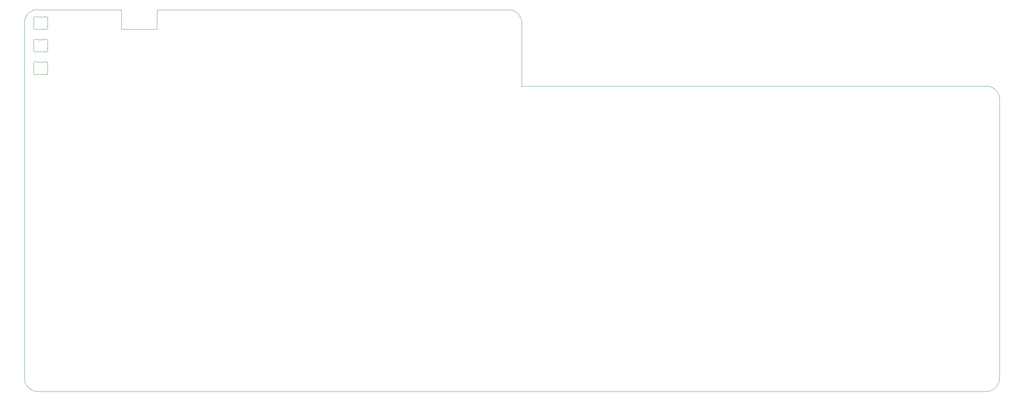
<source format=gbr>
%TF.GenerationSoftware,KiCad,Pcbnew,(7.0.0)*%
%TF.CreationDate,2023-09-23T19:37:41+02:00*%
%TF.ProjectId,the-nicholas-van,7468652d-6e69-4636-986f-6c61732d7661,rev?*%
%TF.SameCoordinates,Original*%
%TF.FileFunction,Profile,NP*%
%FSLAX46Y46*%
G04 Gerber Fmt 4.6, Leading zero omitted, Abs format (unit mm)*
G04 Created by KiCad (PCBNEW (7.0.0)) date 2023-09-23 19:37:41*
%MOMM*%
%LPD*%
G01*
G04 APERTURE LIST*
%TA.AperFunction,Profile*%
%ADD10C,0.050000*%
%TD*%
%TA.AperFunction,Profile*%
%ADD11C,0.100000*%
%TD*%
G04 APERTURE END LIST*
D10*
X28575000Y-141287500D02*
X28575000Y-71437500D01*
X51244500Y-49212500D02*
X52686296Y-49212500D01*
X62928500Y-49212500D02*
X149225000Y-49212500D01*
X52684425Y-54074950D02*
X61625054Y-54074950D01*
X268287500Y-144462500D02*
G75*
G03*
X271462500Y-141287500I0J3175000D01*
G01*
X31750000Y-49212500D02*
X51244500Y-49212500D01*
X28575000Y-71437500D02*
X28575000Y-52387500D01*
X235346875Y-68262500D02*
X161925000Y-68262500D01*
X152400000Y-52387500D02*
X152400000Y-68262500D01*
X31750000Y-49212500D02*
G75*
G03*
X28575000Y-52387500I0J-3175000D01*
G01*
X271462500Y-71437500D02*
G75*
G03*
X268287500Y-68262500I-3175000J0D01*
G01*
X235346875Y-68262500D02*
X248046875Y-68262500D01*
X152400000Y-68262500D02*
X161925000Y-68262500D01*
X61625054Y-54074950D02*
X61626296Y-49212500D01*
X268287500Y-144462500D02*
X31750000Y-144462500D01*
X271462500Y-71437500D02*
X271462500Y-141287500D01*
X28575000Y-141287500D02*
G75*
G03*
X31750000Y-144462500I3175000J0D01*
G01*
X52686296Y-49212500D02*
X52684425Y-54074950D01*
X248046875Y-68262500D02*
X268287500Y-68262500D01*
X62928500Y-49212500D02*
X61626296Y-49212500D01*
X152400000Y-52387500D02*
G75*
G03*
X149225000Y-49212500I-3175100J-100D01*
G01*
D11*
%TO.C,LED1*%
X30900001Y-64520343D02*
X30900001Y-63114659D01*
X31805548Y-62317501D02*
X33394452Y-62317501D01*
X33394452Y-65317500D02*
X31805547Y-65317500D01*
X34299999Y-63114659D02*
X34299999Y-64520343D01*
X30900000Y-63114659D02*
G75*
G03*
X30850515Y-62897781I-499989J2D01*
G01*
X31553289Y-62249202D02*
G75*
G03*
X30850517Y-62897782I-252259J-431700D01*
G01*
X30850516Y-64737221D02*
G75*
G03*
X30900001Y-64520344I-450505J216876D01*
G01*
X30850516Y-64737221D02*
G75*
G03*
X31553289Y-65385799I450514J-216878D01*
G01*
X31805547Y-65317500D02*
G75*
G03*
X31553289Y-65385799I3J-500009D01*
G01*
X31553289Y-62249202D02*
G75*
G03*
X31805548Y-62317501I252261J431710D01*
G01*
X33646711Y-65385800D02*
G75*
G03*
X33394453Y-65317501I-252261J-431710D01*
G01*
X33394452Y-62317500D02*
G75*
G03*
X33646710Y-62249202I-2J500010D01*
G01*
X34349480Y-62897779D02*
G75*
G03*
X33646711Y-62249204I-450510J216879D01*
G01*
X34349484Y-62897781D02*
G75*
G03*
X34299999Y-63114658I450866J-216959D01*
G01*
X33646711Y-65385800D02*
G75*
G03*
X34349484Y-64737221I252259J431700D01*
G01*
X34300011Y-64520343D02*
G75*
G03*
X34349485Y-64737221I500289J43D01*
G01*
%TO.C,LED3*%
X30899001Y-53255343D02*
X30899001Y-51849659D01*
X31804548Y-51052501D02*
X33393452Y-51052501D01*
X33393452Y-54052500D02*
X31804547Y-54052500D01*
X34298999Y-51849659D02*
X34298999Y-53255343D01*
X30899000Y-51849659D02*
G75*
G03*
X30849515Y-51632781I-499989J2D01*
G01*
X31552289Y-50984202D02*
G75*
G03*
X30849517Y-51632782I-252259J-431700D01*
G01*
X30849516Y-53472221D02*
G75*
G03*
X30899001Y-53255344I-450505J216876D01*
G01*
X30849516Y-53472221D02*
G75*
G03*
X31552289Y-54120799I450514J-216878D01*
G01*
X31804547Y-54052500D02*
G75*
G03*
X31552289Y-54120799I3J-500009D01*
G01*
X31552289Y-50984202D02*
G75*
G03*
X31804548Y-51052501I252261J431710D01*
G01*
X33645711Y-54120800D02*
G75*
G03*
X33393453Y-54052501I-252261J-431710D01*
G01*
X33393452Y-51052500D02*
G75*
G03*
X33645710Y-50984202I-2J500010D01*
G01*
X34348480Y-51632779D02*
G75*
G03*
X33645711Y-50984204I-450510J216879D01*
G01*
X34348484Y-51632781D02*
G75*
G03*
X34298999Y-51849658I450866J-216959D01*
G01*
X33645711Y-54120800D02*
G75*
G03*
X34348484Y-53472221I252259J431700D01*
G01*
X34299011Y-53255343D02*
G75*
G03*
X34348485Y-53472221I500289J43D01*
G01*
%TO.C,LED2*%
X30899001Y-58887843D02*
X30899001Y-57482159D01*
X31804548Y-56685001D02*
X33393452Y-56685001D01*
X33393452Y-59685000D02*
X31804547Y-59685000D01*
X34298999Y-57482159D02*
X34298999Y-58887843D01*
X30899000Y-57482159D02*
G75*
G03*
X30849515Y-57265281I-499989J2D01*
G01*
X31552289Y-56616702D02*
G75*
G03*
X30849517Y-57265282I-252259J-431700D01*
G01*
X30849516Y-59104721D02*
G75*
G03*
X30899001Y-58887844I-450505J216876D01*
G01*
X30849516Y-59104721D02*
G75*
G03*
X31552289Y-59753299I450514J-216878D01*
G01*
X31804547Y-59685000D02*
G75*
G03*
X31552289Y-59753299I3J-500009D01*
G01*
X31552289Y-56616702D02*
G75*
G03*
X31804548Y-56685001I252261J431710D01*
G01*
X33645711Y-59753300D02*
G75*
G03*
X33393453Y-59685001I-252261J-431710D01*
G01*
X33393452Y-56685000D02*
G75*
G03*
X33645710Y-56616702I-2J500010D01*
G01*
X34348480Y-57265279D02*
G75*
G03*
X33645711Y-56616704I-450510J216879D01*
G01*
X34348484Y-57265281D02*
G75*
G03*
X34298999Y-57482158I450866J-216959D01*
G01*
X33645711Y-59753300D02*
G75*
G03*
X34348484Y-59104721I252259J431700D01*
G01*
X34299011Y-58887843D02*
G75*
G03*
X34348485Y-59104721I500289J43D01*
G01*
%TD*%
M02*

</source>
